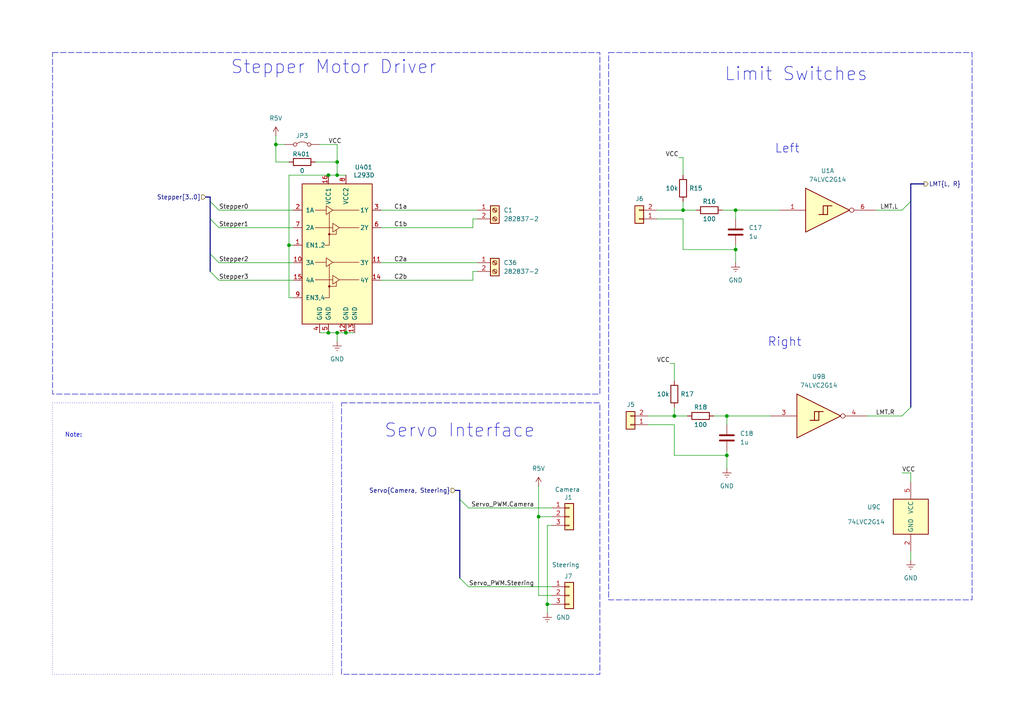
<source format=kicad_sch>
(kicad_sch (version 20231120) (generator "eeschema") (generator_version "8.0")
  (paper "A4")
  (title_block (title "Gimble") (rev "3") (company "ESE - Conestoga") (comment 1 "Nigel Sinclair"))
  (lib_symbols
    (symbol "74xGxx:74LVC2G14"
      (property "Reference" "U" (at 0 7.62 0))
      (property "Value" "74LVC2G14" (at 2.54 -7.62 0))
      (symbol "74LVC2G14_1_1"
        (polyline (pts (xy -2.54 -1.27) (xy -1.27 -1.27) (xy -1.27 1.27)) (stroke (width 0.254)) (fill (type background)))
        (polyline (pts (xy -7.62 6.35) (xy -7.62 -6.35) (xy 5.08 0) (xy -7.62 6.35)) (stroke (width 0.254)) (fill (type background)))
        (polyline (pts (xy -3.81 -1.27) (xy -2.54 -1.27) (xy -2.54 1.27) (xy 0 1.27)) (stroke (width 0.254)) (fill (type background)))
        (pin input line (at -15.24 0 0) (length 7.62) (name "~") (number "1"))
        (pin output inverted (at 12.7 0 180) (length 7.62) (name "~") (number "6"))
      )
      (symbol "74LVC2G14_2_1"
        (polyline (pts (xy -2.54 -1.27) (xy -1.27 -1.27) (xy -1.27 1.27)) (stroke (width 0.254)) (fill (type background)))
        (polyline (pts (xy -7.62 6.35) (xy -7.62 -6.35) (xy 5.08 0) (xy -7.62 6.35)) (stroke (width 0.254)) (fill (type background)))
        (polyline (pts (xy -3.81 -1.27) (xy -2.54 -1.27) (xy -2.54 1.27) (xy 0 1.27)) (stroke (width 0.254)) (fill (type background)))
        (pin input line (at -15.24 0 0) (length 7.62) (name "~") (number "3"))
        (pin output inverted (at 12.7 0 180) (length 7.62) (name "~") (number "4"))
      )
      (symbol "74LVC2G14_3_0"
        (rectangle (start -5.08 -5.08) (end 5.08 5.08) (stroke (width 0.254)) (fill (type background)))
      )
      (symbol "74LVC2G14_3_1"
        (pin power_in line (at 0 -10.16 90) (length 5.08) (name "GND") (number "2"))
        (pin power_in line (at 0 10.16 270) (length 5.08) (name "VCC") (number "5"))
      )
    )
    (symbol "Connector:Screw_Terminal_01x02" (pin_names (offset 1.016) hide)
      (property "Reference" "J" (at 0 2.54 0))
      (property "Value" "Screw_Terminal_01x02" (at 0 -5.08 0))
      (symbol "Screw_Terminal_01x02_1_1"
        (rectangle (start -1.27 1.27) (end 1.27 -3.81) (stroke (width 0.254)) (fill (type background)))
        (circle (center 0 -2.54) (radius 0.635) (stroke (width 0.1524)))
        (polyline (pts (xy -0.5334 -2.2098) (xy 0.3302 -3.048)) (stroke (width 0.1524)))
        (polyline (pts (xy -0.5334 0.3302) (xy 0.3302 -0.508)) (stroke (width 0.1524)))
        (polyline (pts (xy -0.3556 -2.032) (xy 0.508 -2.8702)) (stroke (width 0.1524)))
        (polyline (pts (xy -0.3556 0.508) (xy 0.508 -0.3302)) (stroke (width 0.1524)))
        (circle (center 0 0) (radius 0.635) (stroke (width 0.1524)))
        (pin passive line (at -5.08 0 0) (length 3.81) (name "Pin_1") (number "1"))
        (pin passive line (at -5.08 -2.54 0) (length 3.81) (name "Pin_2") (number "2"))
      )
    )
    (symbol "Connector_Generic:Conn_01x02" (pin_names (offset 1.016) hide)
      (property "Reference" "J" (at 0 2.54 0))
      (property "Value" "Conn_01x02" (at 0 -5.08 0))
      (symbol "Conn_01x02_1_1"
        (rectangle (start -1.27 -2.413) (end 0 -2.667) (stroke (width 0.1524)))
        (rectangle (start -1.27 0.127) (end 0 -0.127) (stroke (width 0.1524)))
        (rectangle (start -1.27 1.27) (end 1.27 -3.81) (stroke (width 0.254)) (fill (type background)))
        (pin passive line (at -5.08 0 0) (length 3.81) (name "Pin_1") (number "1"))
        (pin passive line (at -5.08 -2.54 0) (length 3.81) (name "Pin_2") (number "2"))
      )
    )
    (symbol "Connector_Generic:Conn_01x03" (pin_names (offset 1.016) hide)
      (property "Reference" "J" (at 0 5.08 0))
      (property "Value" "Conn_01x03" (at 0 -5.08 0))
      (symbol "Conn_01x03_1_1"
        (rectangle (start -1.27 -2.413) (end 0 -2.667) (stroke (width 0.1524)))
        (rectangle (start -1.27 0.127) (end 0 -0.127) (stroke (width 0.1524)))
        (rectangle (start -1.27 2.667) (end 0 2.413) (stroke (width 0.1524)))
        (rectangle (start -1.27 3.81) (end 1.27 -3.81) (stroke (width 0.254)) (fill (type background)))
        (pin passive line (at -5.08 2.54 0) (length 3.81) (name "Pin_1") (number "1"))
        (pin passive line (at -5.08 0 0) (length 3.81) (name "Pin_2") (number "2"))
        (pin passive line (at -5.08 -2.54 0) (length 3.81) (name "Pin_3") (number "3"))
      )
    )
    (symbol "Device:C" (pin_numbers hide) (pin_names (offset 0.254))
      (property "Reference" "C" (at 0.635 2.54 0))
      (property "Value" "C" (at 0.635 -2.54 0))
      (symbol "C_0_1"
        (polyline (pts (xy -2.032 -0.762) (xy 2.032 -0.762)) (stroke (width 0.508)))
        (polyline (pts (xy -2.032 0.762) (xy 2.032 0.762)) (stroke (width 0.508)))
      )
      (symbol "C_1_1"
        (pin passive line (at 0 3.81 270) (length 2.794) (name "~") (number "1"))
        (pin passive line (at 0 -3.81 90) (length 2.794) (name "~") (number "2"))
      )
    )
    (symbol "Device:R" (pin_numbers hide) (pin_names (offset 0))
      (property "Reference" "R" (at 2.032 0 90))
      (property "Value" "R" (at 0 0 90))
      (symbol "R_0_1"
        (rectangle (start -1.016 -2.54) (end 1.016 2.54) (stroke (width 0.254)))
      )
      (symbol "R_1_1"
        (pin passive line (at 0 3.81 270) (length 1.27) (name "~") (number "1"))
        (pin passive line (at 0 -3.81 90) (length 1.27) (name "~") (number "2"))
      )
    )
    (symbol "Driver_Motor:L293D" (pin_names (offset 1.016))
      (property "Reference" "U" (at -5.08 26.035 0))
      (property "Value" "L293D" (at -5.08 24.13 0))
      (symbol "L293D_0_1"
        (rectangle (start -10.16 22.86) (end 10.16 -17.78) (stroke (width 0.254)) (fill (type background)))
        (circle (center -2.286 -6.858) (radius 0.254) (fill (type outline)))
        (circle (center -2.286 8.255) (radius 0.254) (fill (type outline)))
        (polyline (pts (xy -6.35 -4.953) (xy -1.27 -4.953)))
        (polyline (pts (xy -6.35 0.127) (xy -3.175 0.127)))
        (polyline (pts (xy -6.35 10.16) (xy -1.27 10.16)))
        (polyline (pts (xy -6.35 15.24) (xy -3.175 15.24)))
        (polyline (pts (xy -1.27 0.127) (xy 6.35 0.127)))
        (polyline (pts (xy -1.27 15.24) (xy 6.35 15.24)))
        (polyline (pts (xy 0.635 -4.953) (xy 6.35 -4.953)))
        (polyline (pts (xy 0.635 10.16) (xy 6.35 10.16)))
        (polyline (pts (xy -2.286 -6.858) (xy -0.254 -6.858) (xy -0.254 -5.588)))
        (polyline (pts (xy -2.286 -0.635) (xy -2.286 -10.16) (xy -3.556 -10.16)))
        (polyline (pts (xy -2.286 8.255) (xy -0.254 8.255) (xy -0.254 9.525)))
        (polyline (pts (xy -2.286 14.478) (xy -2.286 5.08) (xy -3.556 5.08)))
        (polyline (pts (xy -3.175 1.397) (xy -3.175 -1.143) (xy -1.27 0.127) (xy -3.175 1.397)))
        (polyline (pts (xy -3.175 16.51) (xy -3.175 13.97) (xy -1.27 15.24) (xy -3.175 16.51)))
        (polyline (pts (xy -1.27 -3.683) (xy -1.27 -6.223) (xy 0.635 -4.953) (xy -1.27 -3.683)))
        (polyline (pts (xy -1.27 11.43) (xy -1.27 8.89) (xy 0.635 10.16) (xy -1.27 11.43)))
      )
      (symbol "L293D_1_1"
        (pin input line (at -12.7 5.08 0) (length 2.54) (name "EN1,2") (number "1"))
        (pin input line (at -12.7 0 0) (length 2.54) (name "3A") (number "10"))
        (pin output line (at 12.7 0 180) (length 2.54) (name "3Y") (number "11"))
        (pin power_in line (at 2.54 -20.32 90) (length 2.54) (name "GND") (number "12"))
        (pin power_in line (at 5.08 -20.32 90) (length 2.54) (name "GND") (number "13"))
        (pin output line (at 12.7 -5.08 180) (length 2.54) (name "4Y") (number "14"))
        (pin input line (at -12.7 -5.08 0) (length 2.54) (name "4A") (number "15"))
        (pin power_in line (at -2.54 25.4 270) (length 2.54) (name "VCC1") (number "16"))
        (pin input line (at -12.7 15.24 0) (length 2.54) (name "1A") (number "2"))
        (pin output line (at 12.7 15.24 180) (length 2.54) (name "1Y") (number "3"))
        (pin power_in line (at -5.08 -20.32 90) (length 2.54) (name "GND") (number "4"))
        (pin power_in line (at -2.54 -20.32 90) (length 2.54) (name "GND") (number "5"))
        (pin output line (at 12.7 10.16 180) (length 2.54) (name "2Y") (number "6"))
        (pin input line (at -12.7 10.16 0) (length 2.54) (name "2A") (number "7"))
        (pin power_in line (at 2.54 25.4 270) (length 2.54) (name "VCC2") (number "8"))
        (pin input line (at -12.7 -10.16 0) (length 2.54) (name "EN3,4") (number "9"))
      )
    )
    (symbol "Jumper:Jumper_2_Bridged" (pin_numbers hide) (pin_names (offset 0) hide) (exclude_from_sim yes)
      (property "Reference" "JP" (at 0 1.905 0))
      (property "Value" "Jumper_2_Bridged" (at 0 -2.54 0))
      (symbol "Jumper_2_Bridged_0_0"
        (circle (center -2.032 0) (radius 0.508))
        (circle (center 2.032 0) (radius 0.508))
      )
      (symbol "Jumper_2_Bridged_0_1"
        (arc (start 1.524 0.254) (mid 0 0.762) (end -1.524 0.254))
      )
      (symbol "Jumper_2_Bridged_1_1"
        (pin passive line (at -5.08 0 0) (length 2.54) (name "A") (number "1"))
        (pin passive line (at 5.08 0 180) (length 2.54) (name "B") (number "2"))
      )
    )
    (symbol "Nigels_Library:R5V" (power) (pin_numbers hide) (pin_names (offset 0) hide)
      (property "Value" "R5V" (at 0 5.08 0))
      (symbol "R5V_0_1"
        (polyline (pts (xy -0.762 1.27) (xy 0 2.54)))
        (polyline (pts (xy 0 0) (xy 0 2.54)))
        (polyline (pts (xy 0 2.54) (xy 0.762 1.27)))
      )
      (symbol "R5V_1_1"
        (pin power_in line (at 0 0 90) (length 0) (name "~") (number "1"))
      )
    )
    (symbol "power:+5V" (power) (pin_numbers hide) (pin_names (offset 0) hide)
      (property "Value" "R5V" (at 0 5.08 0))
      (symbol "+5V_0_1"
        (polyline (pts (xy -0.762 1.27) (xy 0 2.54)))
        (polyline (pts (xy 0 0) (xy 0 2.54)))
        (polyline (pts (xy 0 2.54) (xy 0.762 1.27)))
      )
      (symbol "+5V_1_1"
        (pin power_in line (at 0 0 90) (length 0) (name "~") (number "1"))
      )
    )
    (symbol "power:GNDREF" (power) (pin_numbers hide) (pin_names (offset 0) hide)
      (property "Value" "GNDREF" (at 0 -3.81 0))
      (symbol "GNDREF_0_1"
        (polyline (pts (xy -0.635 -1.905) (xy 0.635 -1.905)))
        (polyline (pts (xy -0.127 -2.54) (xy 0.127 -2.54)))
        (polyline (pts (xy 0 -1.27) (xy 0 0)))
        (polyline (pts (xy 1.27 -1.27) (xy -1.27 -1.27)))
      )
      (symbol "GNDREF_1_1"
        (pin power_in line (at 0 0 270) (length 0) (name "~") (number "1"))
      )
    )
  )
  (junction (at 80.01 41.91))
  (junction (at 83.82 71.12))
  (junction (at 198.12 60.96))
  (junction (at 195.58 120.65))
  (junction (at 210.82 120.65))
  (junction (at 158.75 175.26))
  (junction (at 95.25 96.52))
  (junction (at 97.79 96.52))
  (junction (at 97.79 50.8))
  (junction (at 210.82 132.08))
  (junction (at 213.36 60.96))
  (junction (at 213.36 72.39))
  (junction (at 95.25 50.8))
  (junction (at 100.33 96.52))
  (junction (at 97.79 46.99))
  (junction (at 156.21 149.86))
  (bus_entry (at 60.96 78.74) (size 2.54 2.54))
  (bus_entry (at 264.16 118.11) (size -2.54 2.54))
  (bus_entry (at 133.35 167.64) (size 2.54 2.54))
  (bus_entry (at 60.96 63.5) (size 2.54 2.54))
  (bus_entry (at 60.96 58.42) (size 2.54 2.54))
  (bus_entry (at 264.16 58.42) (size -2.54 2.54))
  (bus_entry (at 133.35 144.78) (size 2.54 2.54))
  (bus_entry (at 60.96 73.66) (size 2.54 2.54))
  (wire (pts (xy 110.49 66.04) (xy 137.16 66.04)))
  (wire (pts (xy 210.82 120.65) (xy 223.52 120.65)))
  (wire (pts (xy 213.36 63.5) (xy 213.36 60.96)))
  (bus (pts (xy 133.35 142.24) (xy 133.35 144.78)))
  (wire (pts (xy 97.79 96.52) (xy 97.79 99.06)))
  (bus (pts (xy 60.96 63.5) (xy 60.96 73.66)))
  (wire (pts (xy 85.09 86.36) (xy 83.82 86.36)))
  (bus (pts (xy 264.16 53.34) (xy 267.97 53.34)))
  (wire (pts (xy 137.16 78.74) (xy 137.16 81.28)))
  (bus (pts (xy 60.96 73.66) (xy 60.96 78.74)))
  (wire (pts (xy 92.71 96.52) (xy 95.25 96.52)))
  (wire (pts (xy 198.12 60.96) (xy 198.12 58.42)))
  (wire (pts (xy 135.89 170.18) (xy 160.02 170.18)))
  (bus (pts (xy 264.16 58.42) (xy 264.16 118.11)))
  (wire (pts (xy 95.25 50.8) (xy 97.79 50.8)))
  (wire (pts (xy 100.33 96.52) (xy 102.87 96.52)))
  (wire (pts (xy 198.12 45.72) (xy 198.12 50.8)))
  (wire (pts (xy 80.01 39.37) (xy 80.01 41.91)))
  (wire (pts (xy 95.25 96.52) (xy 97.79 96.52)))
  (wire (pts (xy 158.75 175.26) (xy 158.75 177.8)))
  (wire (pts (xy 195.58 123.19) (xy 195.58 132.08)))
  (wire (pts (xy 63.5 60.96) (xy 85.09 60.96)))
  (wire (pts (xy 187.96 123.19) (xy 195.58 123.19)))
  (wire (pts (xy 160.02 152.4) (xy 158.75 152.4)))
  (wire (pts (xy 63.5 81.28) (xy 85.09 81.28)))
  (wire (pts (xy 190.5 60.96) (xy 198.12 60.96)))
  (wire (pts (xy 97.79 46.99) (xy 97.79 50.8)))
  (wire (pts (xy 63.5 76.2) (xy 85.09 76.2)))
  (wire (pts (xy 80.01 46.99) (xy 83.82 46.99)))
  (wire (pts (xy 97.79 41.91) (xy 97.79 46.99)))
  (wire (pts (xy 160.02 175.26) (xy 158.75 175.26)))
  (wire (pts (xy 110.49 76.2) (xy 138.43 76.2)))
  (wire (pts (xy 138.43 78.74) (xy 137.16 78.74)))
  (wire (pts (xy 251.46 120.65) (xy 261.62 120.65)))
  (wire (pts (xy 199.39 120.65) (xy 195.58 120.65)))
  (wire (pts (xy 138.43 63.5) (xy 137.16 63.5)))
  (wire (pts (xy 196.85 45.72) (xy 198.12 45.72)))
  (wire (pts (xy 156.21 140.97) (xy 156.21 149.86)))
  (wire (pts (xy 198.12 63.5) (xy 198.12 72.39)))
  (wire (pts (xy 195.58 120.65) (xy 195.58 118.11)))
  (wire (pts (xy 264.16 162.56) (xy 264.16 160.02)))
  (wire (pts (xy 100.33 96.52) (xy 97.79 96.52)))
  (wire (pts (xy 135.89 147.32) (xy 160.02 147.32)))
  (wire (pts (xy 97.79 50.8) (xy 100.33 50.8)))
  (wire (pts (xy 83.82 71.12) (xy 85.09 71.12)))
  (wire (pts (xy 195.58 132.08) (xy 210.82 132.08)))
  (wire (pts (xy 137.16 63.5) (xy 137.16 66.04)))
  (wire (pts (xy 261.62 60.96) (xy 254 60.96)))
  (wire (pts (xy 198.12 72.39) (xy 213.36 72.39)))
  (wire (pts (xy 83.82 50.8) (xy 83.82 71.12)))
  (wire (pts (xy 213.36 60.96) (xy 209.55 60.96)))
  (wire (pts (xy 156.21 172.72) (xy 156.21 149.86)))
  (wire (pts (xy 63.5 66.04) (xy 85.09 66.04)))
  (wire (pts (xy 110.49 60.96) (xy 138.43 60.96)))
  (wire (pts (xy 95.25 50.8) (xy 83.82 50.8)))
  (wire (pts (xy 213.36 72.39) (xy 213.36 76.2)))
  (bus (pts (xy 60.96 57.15) (xy 60.96 58.42)))
  (bus (pts (xy 133.35 144.78) (xy 133.35 167.64)))
  (wire (pts (xy 92.71 41.91) (xy 97.79 41.91)))
  (wire (pts (xy 91.44 46.99) (xy 97.79 46.99)))
  (wire (pts (xy 80.01 41.91) (xy 80.01 46.99)))
  (bus (pts (xy 60.96 58.42) (xy 60.96 63.5)))
  (wire (pts (xy 210.82 130.81) (xy 210.82 132.08)))
  (wire (pts (xy 83.82 86.36) (xy 83.82 71.12)))
  (wire (pts (xy 156.21 172.72) (xy 160.02 172.72)))
  (wire (pts (xy 195.58 105.41) (xy 195.58 110.49)))
  (wire (pts (xy 213.36 71.12) (xy 213.36 72.39)))
  (wire (pts (xy 156.21 149.86) (xy 160.02 149.86)))
  (wire (pts (xy 264.16 139.7) (xy 264.16 137.16)))
  (bus (pts (xy 132.08 142.24) (xy 133.35 142.24)))
  (wire (pts (xy 187.96 120.65) (xy 195.58 120.65)))
  (wire (pts (xy 158.75 152.4) (xy 158.75 175.26)))
  (wire (pts (xy 210.82 120.65) (xy 210.82 123.19)))
  (wire (pts (xy 210.82 132.08) (xy 210.82 135.89)))
  (wire (pts (xy 210.82 120.65) (xy 207.01 120.65)))
  (wire (pts (xy 261.62 137.16) (xy 264.16 137.16)))
  (bus (pts (xy 264.16 53.34) (xy 264.16 58.42)))
  (wire (pts (xy 213.36 60.96) (xy 226.06 60.96)))
  (bus (pts (xy 59.69 57.15) (xy 60.96 57.15)))
  (wire (pts (xy 201.93 60.96) (xy 198.12 60.96)))
  (wire (pts (xy 190.5 63.5) (xy 198.12 63.5)))
  (wire (pts (xy 80.01 41.91) (xy 82.55 41.91)))
  (wire (pts (xy 194.31 105.41) (xy 195.58 105.41)))
  (wire (pts (xy 110.49 81.28) (xy 137.16 81.28)))
  (rectangle (start 15.24 116.84) (end 96.52 195.58) (stroke (width 0) (type dot)))
  (rectangle (start 15.24 15.24) (end 173.99 114.3) (stroke (width 0) (type dash)))
  (rectangle (start 176.53 15.24) (end 281.94 173.99) (stroke (width 0) (type dash)))
  (rectangle (start 99.06 116.84) (end 173.99 195.58) (stroke (width 0) (type dash)))
  (text "Limit Switches" (at 230.886 21.59 0) (effects (font (size 3.81 3.81))))
  (text "Right" (at 227.584 99.314 0) (effects (font (size 2.54 2.54))))
  (text "Stepper Motor Driver\n" (at 96.774 19.558 0) (effects (font (size 3.81 3.81))))
  (text "Servo Interface" (at 133.35 124.968 0) (effects (font (size 3.81 3.81))))
  (text "Left" (at 228.346 43.18 0) (effects (font (size 2.54 2.54))))
  (text "Note:" (at 18.796 126.238 0) (effects (font (size 1.27 1.27)) (justify left)))
  (label "VCC" (at 196.85 45.72 180))
  (label "Stepper1" (at 63.5 66.04 0))
  (label "LMT.L" (at 255.27 60.96 0))
  (label "Stepper2" (at 63.5 76.2 0))
  (label "LMT.R" (at 254 120.65 0))
  (label "VCC" (at 194.31 105.41 180))
  (label "Servo_PWM.Steering" (at 154.94 170.18 180))
  (label "Stepper0" (at 63.5 60.96 0))
  (label "C1a" (at 114.3 60.96 0))
  (label "VCC" (at 261.62 137.16 0))
  (label "Servo_PWM.Camera" (at 154.94 147.32 180))
  (label "C2a" (at 114.3 76.2 0))
  (label "Stepper3" (at 63.5 81.28 0))
  (label "VCC" (at 95.25 41.91 0))
  (label "C1b" (at 114.3 66.04 0))
  (label "C2b" (at 114.3 81.28 0))
  (hierarchical_label "LMT{L, R}" (shape output) (at 267.97 53.34 0))
  (hierarchical_label "Stepper[3..0]" (shape input) (at 59.69 57.15 180))
  (hierarchical_label "Servo{Camera, Steering}" (shape input) (at 132.08 142.24 180))
  (symbol (lib_id "74xGxx:74LVC2G14") (at 264.16 149.86 0) (unit 3)
    (property "Reference" "U9" (at 253.492 147.066 0))
    (property "Value" "74LVC2G14" (at 251.206 151.384 0))
    (property "Datasheet" "https://www.ti.com/lit/ds/symlink/sn74lvc2g14.pdf" (effects (hide yes)))
    (property "Description" "Dual NOT Gate, Schmitt Triggered, Low-Voltage CMOS" (effects (hide yes)))
  )
  (symbol (lib_id "Device:C") (at 213.36 67.31 0) (unit 1)
    (property "Reference" "C17" (at 217.17 66.0399 0) (effects (justify left)))
    (property "Value" "1u" (at 217.17 68.5799 0) (effects (justify left)))
    (property "Description" "Unpolarized capacitor" (effects (hide yes)))
  )
  (symbol (lib_id "Device:R") (at 198.12 54.61 0) (unit 1)
    (property "Reference" "R15" (at 199.898 54.61 0) (effects (justify left)))
    (property "Value" "10k" (at 193.04 54.61 0) (effects (justify left)))
    (property "Description" "Resistor" (effects (hide yes)))
  )
  (symbol (lib_id "74xGxx:74LVC2G14") (at 241.3 60.96 0) (unit 1)
    (property "Reference" "U1" (at 240.03 49.53 0))
    (property "Value" "74LVC2G14" (at 240.03 52.07 0))
    (property "Datasheet" "https://www.ti.com/lit/ds/symlink/sn74lvc2g14.pdf" (effects (hide yes)))
    (property "Description" "Dual NOT Gate, Schmitt Triggered, Low-Voltage CMOS" (effects (hide yes)))
  )
  (symbol (lib_id "74xGxx:74LVC2G14") (at 238.76 120.65 0) (unit 2)
    (property "Reference" "U9" (at 237.49 109.22 0))
    (property "Value" "74LVC2G14" (at 237.49 111.76 0))
    (property "Datasheet" "https://www.ti.com/lit/ds/symlink/sn74lvc2g14.pdf" (effects (hide yes)))
    (property "Description" "Dual NOT Gate, Schmitt Triggered, Low-Voltage CMOS" (effects (hide yes)))
  )
  (symbol (lib_id "Connector_Generic:Conn_01x03") (at 165.1 172.72 0) (unit 1)
    (property "Reference" "J7" (at 164.846 167.132 0))
    (property "Value" "Steering" (at 164.084 163.83 0))
    (property "Description" "Generic connector, single row, 01x03, script generated (kicad-library-utils/schlib/autogen/connector/)" (effects (hide yes)))
  )
  (symbol (lib_id "Connector:Screw_Terminal_01x02") (at 143.51 76.2 0) (unit 1)
    (property "Reference" "C36" (at 146.05 76.1999 0) (effects (justify left)))
    (property "Value" "282837-2" (at 146.05 78.7399 0) (effects (justify left)))
    (property "Footprint" "TerminalBlock_Phoenix:TerminalBlock_Phoenix_MKDS-1,5-2-5.08_1x02_P5.08mm_Horizontal" (effects (hide yes)))
    (property "Datasheet" "https://www.te.com/usa-en/product-282837-2.datasheet.pdf" (effects (hide yes)))
    (property "Description" "Generic screw terminal, single row, 01x02, script generated (kicad-library-utils/schlib/autogen/connector/)" (effects (hide yes)))
  )
  (symbol (lib_id "Device:C") (at 210.82 127 0) (unit 1)
    (property "Reference" "C18" (at 214.63 125.7299 0) (effects (justify left)))
    (property "Value" "1u" (at 214.63 128.2699 0) (effects (justify left)))
    (property "Description" "Unpolarized capacitor" (effects (hide yes)))
  )
  (symbol (lib_id "power:GNDREF") (at 97.79 99.06 0) (unit 1)
    (property "Reference" "#PWR08" (effects (hide yes)))
    (property "Value" "GND" (at 97.79 104.14 0))
    (property "Description" "Power symbol creates a global label with name \"GNDREF\" , reference supply ground" (effects (hide yes)))
  )
  (symbol (lib_id "Nigels_Library:R5V") (at 80.01 39.37 0) (unit 1)
    (property "Reference" "#PWR033" (effects (hide yes)))
    (property "Value" "R5V" (at 80.01 34.29 0))
    (property "Description" "Power symbol creates a global label with name \"R5V\"" (effects (hide yes)))
  )
  (symbol (lib_id "Connector_Generic:Conn_01x03") (at 165.1 149.86 0) (unit 1)
    (property "Reference" "J1" (at 164.846 144.272 0))
    (property "Value" "Camera" (at 164.592 141.986 0))
    (property "Description" "Generic connector, single row, 01x03, script generated (kicad-library-utils/schlib/autogen/connector/)" (effects (hide yes)))
  )
  (symbol (lib_id "Driver_Motor:L293D") (at 97.79 76.2 0) (unit 1)
    (property "Reference" "U401" (at 102.87 48.514 0) (effects (justify left)))
    (property "Value" "L293D" (at 102.5241 50.8 0) (effects (justify left)))
    (property "Footprint" "Package_DIP:DIP-16_W7.62mm_LongPads" (effects (hide yes)))
    (property "Datasheet" "http://www.ti.com/lit/ds/symlink/l293.pdf" (effects (hide yes)))
    (property "Description" "Quadruple Half-H Drivers" (effects (hide yes)))
  )
  (symbol (lib_id "Device:R") (at 195.58 114.3 0) (unit 1)
    (property "Reference" "R17" (at 197.358 114.3 0) (effects (justify left)))
    (property "Value" "10k" (at 190.5 114.3 0) (effects (justify left)))
    (property "Description" "Resistor" (effects (hide yes)))
  )
  (symbol (lib_id "Connector_Generic:Conn_01x02") (at 185.42 63.5 180) (unit 1)
    (property "Reference" "J6" (at 186.69 57.658 0) (effects (justify left)))
    (property "Value" "Conn_01x02" (effects (hide yes)))
    (property "Description" "Generic connector, single row, 01x02, script generated (kicad-library-utils/schlib/autogen/connector/)" (effects (hide yes)))
  )
  (symbol (lib_id "power:GNDREF") (at 264.16 162.56 0) (unit 1)
    (property "Reference" "#PWR046" (effects (hide yes)))
    (property "Value" "GND" (at 264.16 167.64 0))
    (property "Description" "Power symbol creates a global label with name \"GNDREF\" , reference supply ground" (effects (hide yes)))
  )
  (symbol (lib_id "power:GNDREF") (at 210.82 135.89 0) (unit 1)
    (property "Reference" "#PWR05" (effects (hide yes)))
    (property "Value" "GND" (at 210.82 140.97 0))
    (property "Description" "Power symbol creates a global label with name \"GNDREF\" , reference supply ground" (effects (hide yes)))
  )
  (symbol (lib_id "Device:R") (at 205.74 60.96 90) (unit 1)
    (property "Reference" "R16" (at 205.74 58.42 90))
    (property "Value" "100" (at 205.74 63.5 90))
    (property "Description" "Resistor" (effects (hide yes)))
  )
  (symbol (lib_id "power:+5V") (at 156.21 140.97 0) (unit 1)
    (property "Reference" "#PWR032" (effects (hide yes)))
    (property "Value" "R5V" (at 156.21 135.89 0))
    (property "Description" "Power symbol creates a global label with name \"R5V\"" (effects (hide yes)))
  )
  (symbol (lib_id "power:GNDREF") (at 213.36 76.2 0) (unit 1)
    (property "Reference" "#PWR04" (effects (hide yes)))
    (property "Value" "GND" (at 213.36 81.28 0))
    (property "Description" "Power symbol creates a global label with name \"GNDREF\" , reference supply ground" (effects (hide yes)))
  )
  (symbol (lib_id "Connector:Screw_Terminal_01x02") (at 143.51 60.96 0) (unit 1)
    (property "Reference" "C1" (at 146.05 60.9599 0) (effects (justify left)))
    (property "Value" "282837-2" (at 146.05 63.4999 0) (effects (justify left)))
    (property "Footprint" "TerminalBlock_Phoenix:TerminalBlock_Phoenix_MKDS-1,5-2-5.08_1x02_P5.08mm_Horizontal" (effects (hide yes)))
    (property "Datasheet" "https://www.te.com/usa-en/product-282837-2.datasheet.pdf" (effects (hide yes)))
    (property "Description" "Generic screw terminal, single row, 01x02, script generated (kicad-library-utils/schlib/autogen/connector/)" (effects (hide yes)))
  )
  (symbol (lib_id "Device:R") (at 203.2 120.65 90) (unit 1)
    (property "Reference" "R18" (at 203.2 118.11 90))
    (property "Value" "100" (at 203.2 123.19 90))
    (property "Description" "Resistor" (effects (hide yes)))
  )
  (symbol (lib_id "Device:R") (at 87.63 46.99 90) (unit 1)
    (property "Reference" "R401" (at 87.376 44.704 90))
    (property "Value" "0" (at 87.63 49.53 90))
    (property "Description" "Resistor" (effects (hide yes)))
  )
  (symbol (lib_id "Jumper:Jumper_2_Bridged") (at 87.63 41.91 0) (unit 1) (exclude_from_sim yes)
    (property "Reference" "JP3" (at 87.63 39.37 0))
    (property "Value" "Jumper_2_Bridged" (effects (hide yes)))
    (property "Description" "Jumper, 2-pole, closed/bridged" (effects (hide yes)))
  )
  (symbol (lib_id "power:GNDREF") (at 158.75 177.8 0) (unit 1)
    (property "Reference" "#PWR06" (effects (hide yes)))
    (property "Value" "GND" (at 161.29 179.0699 0) (effects (justify left)))
    (property "Description" "Power symbol creates a global label with name \"GNDREF\" , reference supply ground" (effects (hide yes)))
  )
  (symbol (lib_id "Connector_Generic:Conn_01x02") (at 182.88 123.19 180) (unit 1)
    (property "Reference" "J5" (at 184.15 117.348 0) (effects (justify left)))
    (property "Value" "Conn_01x02" (effects (hide yes)))
    (property "Description" "Generic connector, single row, 01x02, script generated (kicad-library-utils/schlib/autogen/connector/)" (effects (hide yes)))
  )
)
</source>
